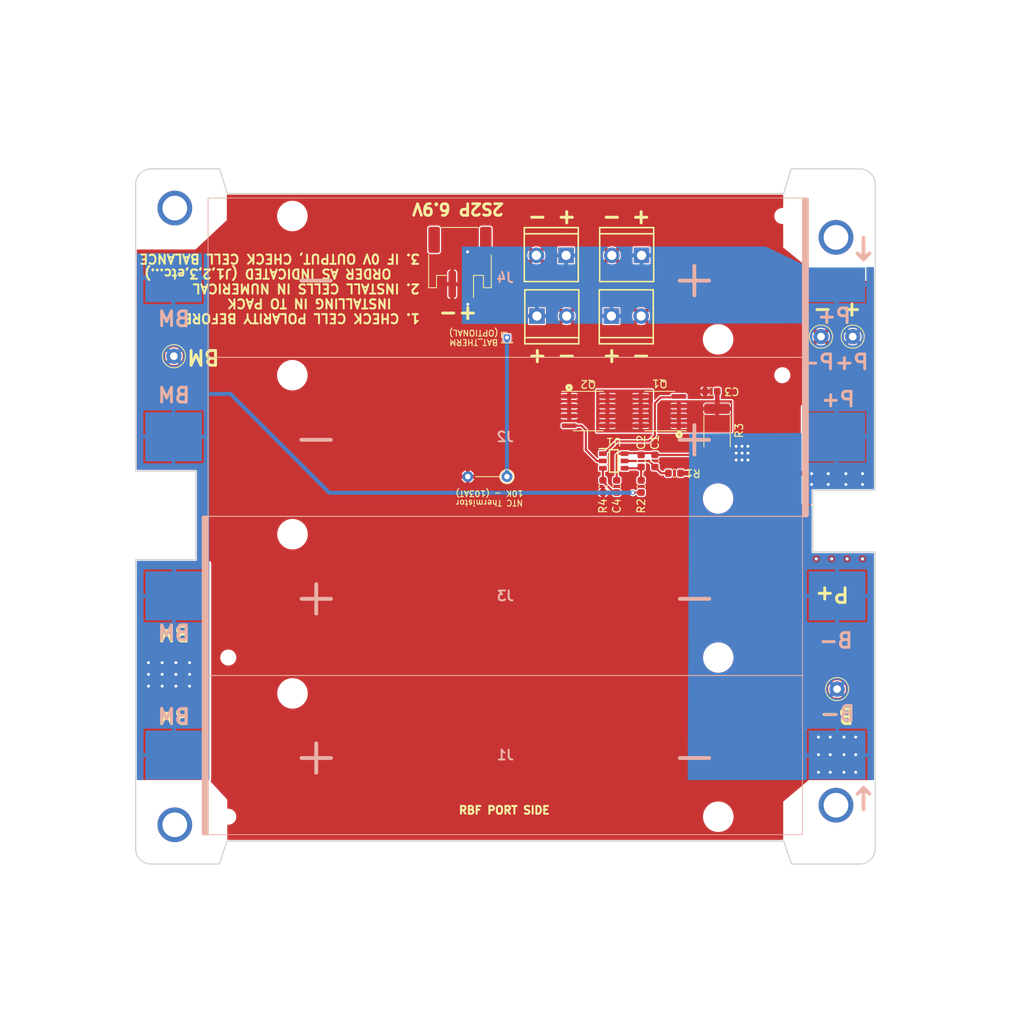
<source format=kicad_pcb>
(kicad_pcb (version 20211014) (generator pcbnew)
  (layers (0 "F.Cu" signal) (31 "B.Cu" signal) (34 "B.Paste" user) (35 "F.Paste" user) (36 "B.SilkS" user "B.Silkscreen") (37 "F.SilkS" user "F.Silkscreen") (38 "B.Mask" user) (39 "F.Mask" user) (44 "Edge.Cuts" user))
  (net 0 "")
  (net 1 "/VDD")
  (net 2 "B-")
  (net 3 "Net-(C2-Pad2)")
  (net 4 "PACK-")
  (net 5 "BM")
  (net 6 "PACK+")
  (net 7 "Net-(Q1-Pad5)")
  (net 8 "Net-(Q1-Pad4)")
  (net 9 "Net-(Q2-Pad4)")
  (net 10 "Net-(C3-Pad1)")
  (net 11 "Net-(C4-Pad2)")
  (net 12 "BAT_THERM")
  (footprint "custom-footprints:SOT95P280X130-6N" (layer "F.Cu") (at 115.189 91.694)
    (fp_text reference "U1" (at 0 -2.4765 180 unlocked) (layer "F.SilkS"))
    (fp_text value "R5460N233AF" hide)
    (fp_line (start -1.9 -1.6) (end -0.9 -1.6) (layer "F.SilkS") (width 0.2))
    (fp_line (start -0.55 1.45) (end -0.55 -1.45) (layer "F.SilkS") (width 0.2))
    (fp_line (start -0.55 -1.45) (end 0.55 -1.45) (layer "F.SilkS") (width 0.2))
    (fp_line (start 0.55 1.45) (end -0.55 1.45) (layer "F.SilkS") (width 0.2))
    (fp_line (start 0.55 -1.45) (end 0.55 1.45) (layer "F.SilkS") (width 0.2))
    (pad "1" smd rect locked (at -1.4 -0.95 90) (size 0.6 1) (layers "F.Cu" "F.Paste" "F.Mask") (net 8 "Net-(Q1-Pad4)"))
    (pad "2" smd rect locked (at -1.4 0 90) (size 0.6 1) (layers "F.Cu" "F.Paste" "F.Mask") (net 9 "Net-(Q2-Pad4)"))
    (pad "3" smd rect locked (at -1.4 0.95 90) (size 0.6 1) (layers "F.Cu" "F.Paste" "F.Mask") (net 11 "Net-(C4-Pad2)"))
    (pad "4" smd rect locked (at 1.4 0.95 90) (size 0.6 1) (layers "F.Cu" "F.Paste" "F.Mask") (net 3 "Net-(C2-Pad2)"))
    (pad "5" smd rect locked (at 1.4 0 90) (size 0.6 1) (layers "F.Cu" "F.Paste" "F.Mask") (net 1 "/VDD"))
    (pad "6" smd rect locked (at 1.4 -0.95 90) (size 0.6 1) (layers "F.Cu" "F.Paste" "F.Mask") (net 2 "B-"))
  )
  (footprint "Capacitor_SMD:C_0603_1608Metric" (layer "F.Cu") (at 120.523 91.694 -90)
    (fp_text reference "C1" (at -2.413 0 90) (layer "F.SilkS"))
    (fp_text value "0.1uF")
    (fp_line (start -0.162779 0.51) (end 0.162779 0.51) (layer "F.SilkS") (width 0.12))
    (fp_line (start -0.162779 -0.51) (end 0.162779 -0.51) (layer "F.SilkS") (width 0.12))
    (pad "1" smd roundrect locked (at -0.7875 0 270) (size 0.875 0.95) (layers "F.Cu" "F.Paste" "F.Mask") (net 2 "B-"))
    (pad "2" smd roundrect locked (at 0.7875 0 270) (size 0.875 0.95) (layers "F.Cu" "F.Paste" "F.Mask") (net 1 "/VDD"))
  )
  (footprint "Capacitor_SMD:C_0603_1608Metric" (layer "F.Cu") (at 118.745 91.694 -90)
    (fp_text reference "C2" (at -2.413 0 90) (layer "F.SilkS"))
    (fp_text value "0.1uF")
    (fp_line (start -0.162779 -0.51) (end 0.162779 -0.51) (layer "F.SilkS") (width 0.12))
    (fp_line (start -0.162779 0.51) (end 0.162779 0.51) (layer "F.SilkS") (width 0.12))
    (pad "1" smd roundrect locked (at -0.7875 0 270) (size 0.875 0.95) (layers "F.Cu" "F.Paste" "F.Mask") (net 2 "B-"))
    (pad "2" smd roundrect locked (at 0.7875 0 270) (size 0.875 0.95) (layers "F.Cu" "F.Paste" "F.Mask") (net 3 "Net-(C2-Pad2)"))
  )
  (footprint "Capacitor_SMD:C_0603_1608Metric" (layer "F.Cu") (at 115.57 94.996 -90)
    (fp_text reference "C4" (at 2.54 0 90) (layer "F.SilkS"))
    (fp_text value "0.1uF")
    (fp_line (start -0.162779 -0.51) (end 0.162779 -0.51) (layer "F.SilkS") (width 0.12))
    (fp_line (start -0.162779 0.51) (end 0.162779 0.51) (layer "F.SilkS") (width 0.12))
    (pad "1" smd roundrect locked (at -0.7875 0 270) (size 0.875 0.95) (layers "F.Cu" "F.Paste" "F.Mask") (net 2 "B-"))
    (pad "2" smd roundrect locked (at 0.7875 0 270) (size 0.875 0.95) (layers "F.Cu" "F.Paste" "F.Mask") (net 11 "Net-(C4-Pad2)"))
  )
  (footprint "Capacitor_SMD:C_0603_1608Metric" (layer "F.Cu") (at 127.8255 82.677 180)
    (fp_text reference "C3" (at -2.667 0 180 unlocked) (layer "F.SilkS"))
    (fp_text value "0.1uF")
    (fp_line (start -0.162779 -0.51) (end 0.162779 -0.51) (layer "F.SilkS") (width 0.12))
    (fp_line (start -0.162779 0.51) (end 0.162779 0.51) (layer "F.SilkS") (width 0.12))
    (pad "1" smd roundrect locked (at -0.7875 0 180) (size 0.875 0.95) (layers "F.Cu" "F.Paste" "F.Mask") (net 10 "Net-(C3-Pad1)"))
    (pad "2" smd roundrect locked (at 0.7875 0 180) (size 0.875 0.95) (layers "F.Cu" "F.Paste" "F.Mask") (net 4 "PACK-"))
  )
  (footprint "Resistor_SMD:R_0603_1608Metric" (layer "F.Cu") (at 123.063 93.2815 180)
    (fp_text reference "R1" (at -2.413 0 180 unlocked) (layer "F.SilkS"))
    (fp_text value "330")
    (fp_line (start -0.162779 -0.51) (end 0.162779 -0.51) (layer "F.SilkS") (width 0.12))
    (fp_line (start -0.162779 0.51) (end 0.162779 0.51) (layer "F.SilkS") (width 0.12))
    (pad "1" smd roundrect locked (at -0.7875 0 180) (size 0.875 0.95) (layers "F.Cu" "F.Paste" "F.Mask") (net 6 "PACK+"))
    (pad "2" smd roundrect locked (at 0.7875 0 180) (size 0.875 0.95) (layers "F.Cu" "F.Paste" "F.Mask") (net 1 "/VDD"))
  )
  (footprint "Resistor_SMD:R_0603_1608Metric" (layer "F.Cu") (at 118.745 94.996 90)
    (fp_text reference "R2" (at -2.54 0 90) (layer "F.SilkS"))
    (fp_text value "330")
    (fp_line (start -0.162779 -0.51) (end 0.162779 -0.51) (layer "F.SilkS") (width 0.12))
    (fp_line (start -0.162779 0.51) (end 0.162779 0.51) (layer "F.SilkS") (width 0.12))
    (pad "1" smd roundrect locked (at -0.7875 0 90) (size 0.875 0.95) (layers "F.Cu" "F.Paste" "F.Mask") (net 5 "BM"))
    (pad "2" smd roundrect locked (at 0.7875 0 90) (size 0.875 0.95) (layers "F.Cu" "F.Paste" "F.Mask") (net 3 "Net-(C2-Pad2)"))
  )
  (footprint "Package_SO:SOIC-8_3.9x4.9mm_P1.27mm" (layer "F.Cu") (at 111.887 85.217)
    (fp_text reference "Q2" (at 0 -3.4925 180 unlocked) (layer "F.SilkS"))
    (fp_text value "IRF7458")
    (fp_line (start 0 2.56) (end -1.95 2.56) (layer "F.SilkS") (width 0.12))
    (fp_line (start 0 -2.56) (end -3.45 -2.56) (layer "F.SilkS") (width 0.12))
    (fp_line (start 0 2.56) (end 1.95 2.56) (layer "F.SilkS") (width 0.12))
    (fp_line (start 0 -2.56) (end 1.95 -2.56) (layer "F.SilkS") (width 0.12))
    (pad "1" smd roundrect locked (at -2.475 -1.905) (size 1.95 0.6) (layers "F.Cu" "F.Paste" "F.Mask") (net 4 "PACK-"))
    (pad "2" smd roundrect locked (at -2.475 -0.635) (size 1.95 0.6) (layers "F.Cu" "F.Paste" "F.Mask") (net 4 "PACK-"))
    (pad "3" smd roundrect locked (at -2.475 0.635) (size 1.95 0.6) (layers "F.Cu" "F.Paste" "F.Mask") (net 4 "PACK-"))
    (pad "4" smd roundrect locked (at -2.475 1.905) (size 1.95 0.6) (layers "F.Cu" "F.Paste" "F.Mask") (net 9 "Net-(Q2-Pad4)"))
    (pad "5" smd roundrect locked (at 2.475 1.905) (size 1.95 0.6) (layers "F.Cu" "F.Paste" "F.Mask") (net 7 "Net-(Q1-Pad5)"))
    (pad "6" smd roundrect locked (at 2.475 0.635) (size 1.95 0.6) (layers "F.Cu" "F.Paste" "F.Mask") (net 7 "Net-(Q1-Pad5)"))
    (pad "7" smd roundrect locked (at 2.475 -0.635) (size 1.95 0.6) (layers "F.Cu" "F.Paste" "F.Mask") (net 7 "Net-(Q1-Pad5)"))
    (pad "8" smd roundrect locked (at 2.475 -1.905) (size 1.95 0.6) (layers "F.Cu" "F.Paste" "F.Mask") (net 7 "Net-(Q1-Pad5)"))
  )
  (footprint "Package_SO:SOIC-8_3.9x4.9mm_P1.27mm" (layer "F.Cu") (at 121.158 85.217 180)
    (fp_text reference "Q1" (at 0 3.556 180 unlocked) (layer "F.SilkS"))
    (fp_text value "IRF7458")
    (fp_line (start 0 2.56) (end 1.95 2.56) (layer "F.SilkS") (width 0.12))
    (fp_line (start 0 2.56) (end -1.95 2.56) (layer "F.SilkS") (width 0.12))
    (fp_line (start 0 -2.56) (end -3.45 -2.56) (layer "F.SilkS") (width 0.12))
    (fp_line (start 0 -2.56) (end 1.95 -2.56) (layer "F.SilkS") (width 0.12))
    (pad "1" smd roundrect locked (at -2.475 -1.905 180) (size 1.95 0.6) (layers "F.Cu" "F.Paste" "F.Mask") (net 10 "Net-(C3-Pad1)"))
    (pad "2" smd roundrect locked (at -2.475 -0.635 180) (size 1.95 0.6) (layers "F.Cu" "F.Paste" "F.Mask") (net 10 "Net-(C3-Pad1)"))
    (pad "3" smd roundrect locked (at -2.475 0.635 180) (size 1.95 0.6) (layers "F.Cu" "F.Paste" "F.Mask") (net 10 "Net-(C3-Pad1)"))
    (pad "4" smd roundrect locked (at -2.475 1.905 180) (size 1.95 0.6) (layers "F.Cu" "F.Paste" "F.Mask") (net 8 "Net-(Q1-Pad4)"))
    (pad "5" smd roundrect locked (at 2.475 1.905 180) (size 1.95 0.6) (layers "F.Cu" "F.Paste" "F.Mask") (net 7 "Net-(Q1-Pad5)"))
    (pad "6" smd roundrect locked (at 2.475 0.635 180) (size 1.95 0.6) (layers "F.Cu" "F.Paste" "F.Mask") (net 7 "Net-(Q1-Pad5)"))
    (pad "7" smd roundrect locked (at 2.475 -0.635 180) (size 1.95 0.6) (layers "F.Cu" "F.Paste" "F.Mask") (net 7 "Net-(Q1-Pad5)"))
    (pad "8" smd roundrect locked (at 2.475 -1.905 180) (size 1.95 0.6) (layers "F.Cu" "F.Paste" "F.Mask") (net 7 "Net-(Q1-Pad5)"))
  )
  (footprint "Resistor_SMD:R_0603_1608Metric" (layer "F.Cu") (at 113.792 94.996 -90)
    (fp_text reference "R4" (at 2.54 0 90) (layer "F.SilkS"))
    (fp_text value "1K")
    (fp_line (start -0.162779 -0.51) (end 0.162779 -0.51) (layer "F.SilkS") (width 0.12))
    (fp_line (start -0.162779 0.51) (end 0.162779 0.51) (layer "F.SilkS") (width 0.12))
    (pad "1" smd roundrect locked (at -0.7875 0 270) (size 0.875 0.95) (layers "F.Cu" "F.Paste" "F.Mask") (net 11 "Net-(C4-Pad2)"))
    (pad "2" smd roundrect locked (at 0.7875 0 270) (size 0.875 0.95) (layers "F.Cu" "F.Paste" "F.Mask") (net 4 "PACK-"))
  )
  (footprint "Resistor_SMD:R_2512_6332Metric" (layer "F.Cu") (at 128.5875 87.8205 90)
    (fp_text reference "R3" (at 0.0635 2.8575 90) (layer "F.SilkS"))
    (fp_text value "0.01")
    (fp_line (start -2.052064 1.71) (end 2.052064 1.71) (layer "F.SilkS") (width 0.12))
    (fp_line (start -2.052064 -1.71) (end 2.052064 -1.71) (layer "F.SilkS") (width 0.12))
    (pad "1" smd roundrect locked (at -2.9 0 90) (size 1.35 3.35) (layers "F.Cu" "F.Paste" "F.Mask") (roundrect_rratio 0.1851851852) (net 2 "B-"))
    (pad "2" smd roundrect locked (at 2.9 0 90) (size 1.35 3.35) (layers "F.Cu" "F.Paste" "F.Mask") (roundrect_rratio 0.1851851852) (net 10 "Net-(C3-Pad1)"))
  )
  (footprint "TestPoint:TestPoint_Loop_D1.80mm_Drill1.0mm_Beaded" (layer "F.Cu") (at 144.145 121.285)
    (fp_text reference "TP1" hide)
    (fp_text value "TestPoint")
    (fp_circle (center 0 0) (end 1.5 0) (layer "F.SilkS") (width 0.12) (fill none))
    (pad "1" thru_hole circle locked (at 0 0) (size 2 2) (drill 1) (layers *.Cu *.Mask) (net 2 "B-"))
  )
  (footprint "TestPoint:TestPoint_Loop_D1.80mm_Drill1.0mm_Beaded" (layer "F.Cu") (at 58.166 78.105)
    (fp_text reference "TP2" hide)
    (fp_text value "TestPoint")
    (fp_circle (center 0 0) (end 1.5 0) (layer "F.SilkS") (width 0.12) (fill none))
    (pad "1" thru_hole circle locked (at 0 0) (size 2 2) (drill 1) (layers *.Cu *.Mask) (net 5 "BM"))
  )
  (footprint "TestPoint:TestPoint_Loop_D1.80mm_Drill1.0mm_Beaded" (layer "F.Cu") (at 142.0622 75.565)
    (fp_text reference "TP3" hide)
    (fp_text value "TestPoint")
    (fp_circle (center 0 0) (end 1.5 0) (layer "F.SilkS") (width 0.12) (fill none))
    (pad "1" thru_hole circle locked (at 0 0) (size 2 2) (drill 1) (layers *.Cu *.Mask) (net 4 "PACK-"))
  )
  (footprint "TestPoint:TestPoint_Loop_D1.80mm_Drill1.0mm_Beaded" (layer "F.Cu") (at 146.177 75.565)
    (fp_text reference "TP4" hide)
    (fp_text value "TestPoint")
    (fp_circle (center 0 0) (end 1.5 0) (layer "F.SilkS") (width 0.12) (fill none))
    (pad "1" thru_hole circle locked (at 0 0) (size 2 2) (drill 1) (layers *.Cu *.Mask) (net 6 "PACK+"))
  )
  (footprint "Connector_JST:JST_PH_S2B-PH-SM4-TB_1x02-1MP_P2.00mm_Horizontal" (layer "F.Cu") (at 95.25 65.913 180)
    (fp_text reference "J7" hide)
    (fp_text value "JST_PH_S2B-PH-SM4")
    (fp_line (start 4.06 0.94) (end 4.06 -3.31) (layer "F.SilkS") (width 0.12))
    (fp_line (start 3.04 -3.31) (end 3.04 -1.71) (layer "F.SilkS") (width 0.12))
    (fp_line (start -2.34 4.51) (end 2.34 4.51) (layer "F.SilkS") (width 0.12))
    (fp_line (start -4.06 0.94) (end -4.06 -3.31) (layer "F.SilkS") (width 0.12))
    (fp_line (start -4.06 -3.31) (end -3.04 -3.31) (layer "F.SilkS") (width 0.12))
    (fp_line (start -3.04 -1.71) (end -1.76 -1.71) (layer "F.SilkS") (width 0.12))
    (fp_line (start -3.04 -3.31) (end -3.04 -1.71) (layer "F.SilkS") (width 0.12))
    (fp_line (start 4.06 -3.31) (end 3.04 -3.31) (layer "F.SilkS") (width 0.12))
    (fp_line (start -1.76 -1.71) (end -1.76 -4.6) (layer "F.SilkS") (width 0.12))
    (fp_line (start 3.04 -1.71) (end 1.76 -1.71) (layer "F.SilkS") (width 0.12))
    (pad "1" smd roundrect locked (at -1 -2.85 180) (size 1 3.5) (layers "F.Cu" "F.Paste" "F.Mask") (net 6 "PACK+"))
    (pad "2" smd roundrect locked (at 1 -2.85 180) (size 1 3.5) (layers "F.Cu" "F.Paste" "F.Mask") (net 4 "PACK-"))
    (pad "MP" smd roundrect locked (at 3.35 2.9 180) (size 1.5 3.4) (layers "F.Cu" "F.Paste" "F.Mask") (roundrect_rratio 0.1666673333))
    (pad "MP" smd roundrect locked (at -3.35 2.9 180) (size 1.5 3.4) (layers "F.Cu" "F.Paste" "F.Mask") (roundrect_rratio 0.1666673333))
  )
  (footprint "custom-footprints:SCREWTERMINAL-3.5MM-2_LOCK" (layer "F.Cu") (at 108.839 65.024 180)
    (fp_text reference "J8" hide)
    (fp_text value "Screw_Terminal_01x02")
    (fp_line (start 5.25 -3.4) (end 5.25 2.8) (layer "F.SilkS") (width 0.2032))
    (fp_line (start -1.75 3.6) (end -1.75 2.8) (layer "F.SilkS") (width 0.2032))
    (fp_line (start -1.75 2.8) (end -1.75 -3.4) (layer "F.SilkS") (width 0.2032))
    (fp_line (start -1.75 -3.4) (end 5.25 -3.4) (layer "F.SilkS") (width 0.2032))
    (fp_line (start 5.25 2.8) (end -1.75 2.8) (layer "F.SilkS") (width 0.2032))
    (fp_line (start 5.25 2.8) (end 5.25 3.6) (layer "F.SilkS") (width 0.2032))
    (fp_line (start 5.25 3.6) (end -1.75 3.6) (layer "F.SilkS") (width 0.2032))
    (pad "1" thru_hole rect locked (at -0.1778 0 180) (size 2.032 2.032) (drill 1.2) (layers *.Cu *.Mask) (net 6 "PACK+"))
    (pad "2" thru_hole circle locked (at 3.6778 0 180) (size 2.032 2.032) (drill 1.2) (layers *.Cu *.Mask) (net 4 "PACK-"))
  )
  (footprint "custom-footprints:SCREWTERMINAL-3.5MM-2_LOCK" (layer "F.Cu") (at 105.41 72.898)
    (fp_text reference "J9" hide)
    (fp_text value "Screw_Terminal_01x02")
    (fp_line (start 5.25 2.8) (end -1.75 2.8) (layer "F.SilkS") (width 0.2032))
    (fp_line (start 5.25 2.8) (end 5.25 3.6) (layer "F.SilkS") (width 0.2032))
    (fp_line (start 5.25 3.6) (end -1.75 3.6) (layer "F.SilkS") (width 0.2032))
    (fp_line (start -1.75 3.6) (end -1.75 2.8) (layer "F.SilkS") (width 0.2032))
    (fp_line (start -1.75 -3.4) (end 5.25 -3.4) (layer "F.SilkS") (width 0.2032))
    (fp_line (start -1.75 2.8) (end -1.75 -3.4) (layer "F.SilkS") (width 0.2032))
    (fp_line (start 5.25 -3.4) (end 5.25 2.8) (layer "F.SilkS") (width 0.2032))
    (pad "1" thru_hole rect locked (at -0.1778 0) (size 2.032 2.032) (drill 1.2) (layers *.Cu *.Mask) (net 6 "PACK+"))
    (pad "2" thru_hole circle locked (at 3.6778 0) (size 2.032 2.032) (drill 1.2) (layers *.Cu *.Mask) (net 4 "PACK-"))
  )
  (footprint "custom-footprints:SCREWTERMINAL-3.5MM-2_LOCK" (layer "F.Cu") (at 118.618 65.024 180)
    (fp_text reference "J10" hide)
    (fp_text value "Screw_Terminal_01x02")
    (fp_line (start -1.75 3.6) (end -1.75 2.8) (layer "F.SilkS") (width 0.2032))
    (fp_line (start -1.75 2.8) (end -1.75 -3.4) (layer "F.SilkS") (width 0.2032))
    (fp_line (start 5.25 2.8) (end -1.75 2.8) (layer "F.SilkS") (width 0.2032))
    (fp_line (start 5.25 -3.4) (end 5.25 2.8) (layer "F.SilkS") (width 0.2032))
    (fp_line (start 5.25 2.8) (end 5.25 3.6) (layer "F.SilkS") (width 0.2032))
    (fp_line (start -1.75 -3.4) (end 5.25 -3.4) (layer "F.SilkS") (width 0.2032))
    (fp_line (start 5.25 3.6) (end -1.75 3.6) (layer "F.SilkS") (width 0.2032))
    (pad "1" thru_hole rect locked (at -0.1778 0 180) (size 2.032 2.032) (drill 1.2) (layers *.Cu *.Mask) (net 6 "PACK+"))
    (pad "2" thru_hole circle locked (at 3.6778 0 180) (size 2.032 2.032) (drill 1.2) (layers *.Cu *.Mask) (net 4 "PACK-"))
  )
  (footprint "custom-footprints:SCREWTERMINAL-3.5MM-2_LOCK" (layer "F.Cu") (at 115.062 72.898)
    (fp_text reference "J11" hide)
    (fp_text value "Screw_Terminal_01x02")
    (fp_line (start -1.75 2.8) (end -1.75 -3.4) (layer "F.SilkS") (width 0.2032))
    (fp_line (start -1.75 3.6) (end -1.75 2.8) (layer "F.SilkS") (width 0.2032))
    (fp_line (start 5.25 3.6) (end -1.75 3.6) (layer "F.SilkS") (width 0.2032))
    (fp_line (start 5.25 -3.4) (end 5.25 2.8) (layer "F.SilkS") (width 0.2032))
    (fp_line (start 5.25 2.8) (end -1.75 2.8) (layer "F.SilkS") (width 0.2032))
    (fp_line (start 5.25 2.8) (end 5.25 3.6) (layer "F.SilkS") (width 0.2032))
    (fp_line (start -1.75 -3.4) (end 5.25 -3.4) (layer "F.SilkS") (width 0.2032))
    (pad "1" thru_hole rect locked (at -0.1778 0) (size 2.032 2.032) (drill 1.2) (layers *.Cu *.Mask) (net 6 "PACK+"))
    (pad "2" thru_hole circle locked (at 3.6778 0) (size 2.032 2.032) (drill 1.2) (layers *.Cu *.Mask) (net 4 "PACK-"))
  )
  (footprint "Connector_PinHeader_1.00mm:PinHeader_1x01_P1.00mm_Vertical" (layer "F.Cu") (at 101.346 75.692)
    (fp_text reference "J12" hide)
    (fp_text value "Screw_Terminal_01x01")
    (fp_line (start 0.695 0.685) (end 0.695 0.56) (layer "F.SilkS") (width 0.12))
    (fp_line (start -0.695 0.685) (end -0.608276 0.685) (layer "F.SilkS") (width 0.12))
    (fp_line (start -0.695 0) (end -0.695 -0.685) (layer "F.SilkS") (width 0.12))
    (fp_line (start -0.695 -0.685) (end 0 -0.685) (layer "F.SilkS") (width 0.12))
    (fp_line (start -0.695 0.685) (end -0.695 0.56) (layer "F.SilkS") (width 0.12))
    (fp_line (start 0.608276 0.685) (end 0.695 0.685) (layer "F.SilkS") (width 0.12))
    (fp_line (start -0.695 0.685) (end 0.695 0.685) (layer "F.SilkS") (width 0.12))
    (pad "1" thru_hole rect locked (at 0 0) (size 0.85 0.85) (drill 0.5) (layers *.Cu *.Mask) (net 12 "BAT_THERM"))
  )
  (footprint "Resistor_THT:R_Axial_DIN0204_L3.6mm_D1.6mm_P5.08mm_Vertical" (layer "F.Cu") (at 101.346 93.726 180)
    (fp_text reference "TH1" hide)
    (fp_text value "Thermistor")
    (fp_line (start 0.92 0) (end 4.08 0) (layer "F.SilkS") (width 0.12))
    (fp_circle (center 0 0) (end 0.92 0) (layer "F.SilkS") (width 0.12) (fill none))
    (pad "1" thru_hole circle locked (at 0 0 180) (size 1.4 1.4) (drill 0.7) (layers *.Cu *.Mask) (net 12 "BAT_THERM"))
    (pad "2" thru_hole oval locked (at 5.08 0 180) (size 1.4 1.4) (drill 0.7) (layers *.Cu *.Mask) (net 4 "PACK-"))
  )
  (footprint "custom-footprints:MountingHole_3.2mm_M3_DIN965_PadMOD" (layer "F.Cu") (at 144.0053 136.3499)
    (fp_text reference "H4" hide)
    (fp_text value "MountingHole_Pad")
    (pad "1" thru_hole circle locked (at 0 0) (size 4.5 4.5) (drill 3.2) (layers *.Cu *.Mask))
  )
  (footprint "custom-footprints:MountingHole_3.2mm_M3_DIN965_PadMOD" (layer "F.Cu") (at 58.2803 58.8899)
    (fp_text reference "H2" hide)
    (fp_text value "MountingHole_Pad")
    (pad "1" thru_hole circle locked (at 0 0) (size 4.5 4.5) (drill 3.2) (layers *.Cu *.Mask))
  )
  (footprint "custom-footprints:MountingHole_3.2mm_M3_DIN965_PadMOD" (layer "F.Cu") (at 58.2803 138.8899)
    (fp_text reference "H1" hide)
    (fp_text value "MountingHole_Pad")
    (pad "1" thru_hole circle locked (at 0 0) (size 4.5 4.5) (drill 3.2) (layers *.Cu *.Mask))
  )
  (footprint "custom-footprints:MountingHole_3.2mm_M3_DIN965_PadMOD" (layer "F.Cu") (at 144.0053 62.6899)
    (fp_text reference "H3" hide)
    (fp_text value "MountingHole_Pad")
    (pad "1" thru_hole circle locked (at 0 0) (size 4.5 4.5) (drill 3.2) (layers *.Cu *.Mask))
  )
  (footprint "custom-footprints:KEYSTONE-1042" (layer "B.Cu") (at 101.1174 88.5698)
    (fp_text reference "J2" (at 0 0) (layer "B.SilkS") (effects (font (size 1.27 1.27) (thickness 0.254)) (justify mirror)))
    (fp_text value "KEYSTONE-1042" hide)
    (fp_text user "+" (at 24.525 0) (layer "B.SilkS") (effects (font (size 5 5) (thickness 0.5)) (justify mirror)))
    (fp_text user "-" (at -24.525 0) (layer "B.SilkS") (effects (font (size 5 5) (thickness 0.5)) (justify mirror)))
    (fp_line (start 38.735 10.16) (end 38.735 -10.16) (layer "B.SilkS") (width 0.5))
    (fp_line (start 38.862 10.16) (end 38.862 -10.16) (layer "B.SilkS") (width 0.5))
    (fp_line (start 38.525 10.325) (end 38.525 -10.325) (layer "B.SilkS") (width 0.1))
    (fp_line (start -38.525 10.325) (end 39.116 10.325) (layer "B.SilkS") (width 0.1))
    (fp_line (start 38.735 -10.16) (end 39.116 -10.16) (layer "B.SilkS") (width 0.5))
    (fp_line (start -38.525 -10.325) (end -38.525 10.325) (layer "B.SilkS") (width 0.1))
    (fp_line (start 38.735 10.16) (end 39.116 10.16) (layer "B.SilkS") (width 0.5))
    (fp_line (start 38.989 10.16) (end 38.989 -10.16) (layer "B.SilkS") (width 0.5))
    (fp_line (start 38.735 -10.325) (end -38.525 -10.325) (layer "B.SilkS") (width 0.1))
    (fp_line (start 39.116 10.16) (end 39.116 -10.16) (layer "B.SilkS") (width 0.5))
    (pad "" np_thru_hole circle locked (at 35.93 -8) (size 1.57 1.57) (drill 1.57) (layers *.Cu *.Mask))
    (pad "" np_thru_hole circle locked (at 27.6 8) (size 3.45 3.45) (drill 3.45) (layers *.Cu *.Mask))
    (pad "" np_thru_hole circle locked (at -27.6 -8) (size 3.45 3.45) (drill 3.45) (layers *.Cu *.Mask))
    (pad "1" smd rect locked (at -43 0 270) (size 6.35 7.34) (layers "B.Cu" "B.Paste" "B.Mask") (net 5 "BM"))
    (pad "2" smd rect locked (at 43 0 270) (size 6.35 7.34) (layers "B.Cu" "B.Paste" "B.Mask") (net 6 "PACK+"))
  )
  (footprint "custom-footprints:KEYSTONE-1042" (layer "B.Cu") (at 101.1428 129.8448 180)
    (fp_text reference "J1" (at 0 0) (layer "B.SilkS") (effects (font (size 1.27 1.27) (thickness 0.254)) (justify mirror)))
    (fp_text value "KEYSTONE-1042" hide)
    (fp_text user "+" (at 24.525 0) (layer "B.SilkS") (effects (font (size 5 5) (thickness 0.5)) (justify mirror)))
    (fp_text user "-" (at -24.525 0) (layer "B.SilkS") (effects (font (size 5 5) (thickness 0.5)) (justify mirror)))
    (fp_line (start 38.989 10.16) (end 38.989 -10.16) (layer "B.SilkS") (width 0.5))
    (fp_line (start 38.735 10.16) (end 38.735 -10.16) (layer "B.SilkS") (width 0.5))
    (fp_line (start -38.525 10.325) (end 39.116 10.325) (layer "B.SilkS") (width 0.1))
    (fp_line (start 38.862 10.16) (end 38.862 -10.16) (layer "B.SilkS") (width 0.5))
    (fp_line (start 38.735 -10.16) (end 39.116 -10.16) (layer "B.SilkS") (width 0.5))
    (fp_line (start 38.735 10.16) (end 39.116 10.16) (layer "B.SilkS") (width 0.5))
    (fp_line (start 38.525 10.325) (end 38.525 -10.325) (layer "B.SilkS") (width 0.1))
    (fp_line (start 39.116 10.16) (end 39.116 -10.16) (layer "B.SilkS") (width 0.5))
    (fp_line (start -38.525 -10.325) (end -38.525 10.325) (layer "B.SilkS") (width 0.1))
    (fp_line (start 38.735 -10.325) (end -38.525 -10.325) (layer "B.SilkS") (width 0.1))
    (pad "" np_thru_hole circle locked (at 27.6 8 180) (size 3.45 3.45) (drill 3.45) (layers *.Cu *.Mask))
    (pad "" np_thru_hole circle locked (at 35.93 -8 180) (size 1.57 1.57) (drill 1.57) (layers *.Cu *.Mask))
    (pad "" np_thru_hole circle locked (at -27.6 -8 180) (size 3.45 3.45) (drill 3.45) (layers *.Cu *.Mask))
    (pad "1" smd rect locked (at -43 0 90) (size 6.35 7.34) (layers "B.Cu" "B.Paste" "B.Mask") (net 2 "B-"))
    (pad "2" smd rect locked (at 43 0 90) (size 6.35 7.34) (layers "B.Cu" "B.Paste" "B.Mask") (net 5 "BM"))
  )
  (footprint "custom-footprints:KEYSTONE-1042" (layer "B.Cu") (at 101.1428 109.1946 180)
    (fp_text reference "J3" (at 0 0) (layer "B.SilkS") (effects (font (size 1.27 1.27) (thickness 0.254)) (justify mirror)))
    (fp_text value "KEYSTONE-1042" hide)
    (fp_text user "+" (at 24.525 0) (layer "B.SilkS") (effects (font (size 5 5) (thickness 0.5)) (justify mirror)))
    (fp_text user "-" (at -24.525 0) (layer "B.SilkS") (effects (font (size 5 5) (thickness 0.5)) (justify mirror)))
    (fp_line (start 38.862 10.16) (end 38.862 -10.16) (layer "B.SilkS") (width 0.5))
    (fp_line (start 38.989 10.16) (end 38.989 -10.16) (layer "B.SilkS") (width 0.5))
    (fp_line (start 38.525 10.325) (end 38.525 -10.325) (layer "B.SilkS") (width 0.1))
    (fp_line (start -38.525 10.325) (end 39.116 10.325) (layer "B.SilkS") (width 0.1))
    (fp_line (start -38.525 -10.325) (end -38.525 10.325) (layer "B.SilkS") (width 0.1))
    (fp_line (start 38.735 -10.325) (end -38.525 -10.325) (layer "B.SilkS") (width 0.1))
    (fp_line (start 38.735 10.16) (end 39.116 10.16) (layer "B.SilkS") (width 0.5))
    (fp_line (start 38.735 10.16) (end 38.735 -10.16) (layer "B.SilkS") (width 0.5))
    (fp_line (start 39.116 10.16) (end 39.116 -10.16) (layer "B.SilkS") (width 0.5))
    (fp_line (start 38.735 -10.16) (end 39.116 -10.16) (layer "B.SilkS") (width 0.5))
    (pad "" np_thru_hole circle locked (at -27.6 -8 180) (size 3.45 3.45) (drill 3.45) (layers *.Cu *.Mask))
    (pad "" np_thru_hole circle locked (at 27.6 8 180) (size 3.45 3.45) (drill 3.45) (layers *.Cu *.Mask))
    (pad "" np_thru_hole circle locked (at 35.93 -8 180) (size 1.57 1.57) (drill 1.57) (layers *.Cu *.Mask))
    (pad "1" smd rect locked (at -43 0 90) (size 6.35 7.34) (layers "B.Cu" "B.Paste" "B.Mask") (net 2 "B-"))
    (pad "2" smd rect locked (at 43 0 90) (size 6.35 7.34) (layers "B.Cu" "B.Paste" "B.Mask") (net 5 "BM"))
  )
  (footprint "custom-footprints:KEYSTONE-1042" (layer "B.Cu") (at 101.1174 67.9196)
    (fp_text reference "J4" hide)
    (fp_text value "KEYSTONE-1042" hide)
    (fp_text user "-" (at -24.525 0) (layer "B.SilkS") (effects (font (size 5 5) (thickness 0.5)) (justify mirror)))
    (fp_text user "${REFERENCE}" (at 0 0) (layer "B.SilkS") (effects (font (size 1.27 1.27) (thickness 0.254)) (justify mirror)))
    (fp_text user "+" (at 24.525 0) (layer "B.SilkS") (effects (font (size 5 5) (thickness 0.5)) (justify mirror)))
    (fp_line (start 38.735 -10.16) (end 39.116 -10.16) (layer "B.SilkS") (width 0.5))
    (fp_line (start 38.525 10.325) (end 38.525 -10.325) (layer "B.SilkS") (width 0.1))
    (fp_line (start 39.116 10.16) (end 39.116 -10.16) (layer "B.SilkS") (width 0.5))
    (fp_line (start 38.735 10.16) (end 39.116 10.16) (layer "B.SilkS") (width 0.5))
    (fp_line (start -38.525 10.325) (end 39.116 10.325) (layer "B.SilkS") (width 0.1))
    (fp_line (start 38.862 10.16) (end 38.862 -10.16) (layer "B.SilkS") (width 0.5))
    (fp_line (start -38.525 -10.325) (end -38.525 10.325) (layer "B.SilkS") (width 0.1))
    (fp_line (start 38.735 10.16) (end 38.735 -10.16) (layer "B.SilkS") (width 0.5))
    (fp_line (start 38.989 10.16) (end 38.989 -10.16) (layer "B.SilkS") (width 0.5))
    (fp_line (start 38.735 -10.325) (end -38.525 -10.325) (layer "B.SilkS") (width 0.1))
    (pad "" np_thru_hole circle locked (at -27.6 -8) (size 3.45 0) (drill 3.45) (layers *.Cu *.Mask))
    (pad "" np_thru_hole circle locked (at 35.93 -8) (size 1.57 0) (drill 1.57) (layers *.Cu *.Mask))
    (pad "" np_thru_hole circle locked (at 27.6 8) (size 3.45 0) (drill 3.45) (layers *.Cu *.Mask))
    (pad "1" smd rect locked (at -43 0 270) (size 6.35 7.34) (layers "B.Cu" "B.Paste" "B.Mask") (net 5 "BM"))
    (pad "2" smd rect locked (at 43 0.925 270) (size 4.5 7.34) (layers "B.Cu" "B.Paste" "B.Mask") (net 6 "PACK+"))
  )
  (gr_line (start 148.336 64.77) (end 147.574 65.532) (layer "B.SilkS") (width 0.5))
  (gr_line (start 146.812 64.77) (end 147.574 65.532) (layer "B.SilkS") (width 0.5))
  (gr_line (start 147.574 136.906) (end 147.574 134.112) (layer "B.SilkS") (width 0.5))
  (gr_line (start 146.812 134.874) (end 147.574 134.112) (layer "B.SilkS") (width 0.5))
  (gr_line (start 148.336 134.874) (end 147.574 134.112) (layer "B.SilkS") (width 0.5))
  (gr_line (start 147.574 62.738) (end 147.574 65.532) (layer "B.SilkS") (width 0.5))
  (gr_circle (center 123.6726 88.2904) (end 123.7488 88.3158) (layer "F.SilkS") (width 0.4) (fill none))
  (gr_circle (center 109.3978 82.169) (end 109.474 82.1944) (layer "F.SilkS") (width 0.4) (fill none))
  (gr_arc (start 55.2003 143.9799) (mid 53.786086 143.394114) (end 53.2003 141.9799) (layer "Edge.Cuts") (width 0.15))
  (gr_arc (start 149.0853 141.9799) (mid 148.499514 143.394114) (end 147.0853 143.9799) (layer "Edge.Cuts") (width 0.15))
  (gr_arc (start 147.0853 53.8099) (mid 148.499514 54.395686) (end 149.0853 55.8099) (layer "Edge.Cuts") (width 0.15))
  (gr_arc (start 53.2003 55.8099) (mid 53.786086 54.395686) (end 55.2003 53.8099) (layer "Edge.Cuts") (width 0.15))
  (gr_line (start 55.2003 143.9799) (end 64.0395 143.9799) (layer "Edge.Cuts") (width 0.15))
  (gr_line (start 137.2108 141) (end 65.0748 141) (layer "Edge.Cuts") (width 0.15))
  (gr_line (start 64.0395 143.9799) (end 65.0748 141) (layer "Edge.Cuts") (width 0.15))
  (gr_line (start 147.0853 143.9799) (end 138.2461 143.9799) (layer "Edge.Cuts") (width 0.15))
  (gr_line (start 65.0748 57) (end 64.0969 53.8099) (layer "Edge.Cuts") (width 0.15))
  (gr_line (start 137.2108 57) (end 65.0748 57) (layer "Edge.Cuts") (width 0.15))
  (gr_line (start 137.2108 57) (end 138.1887 53.8099) (layer "Edge.Cuts") (width 0.15))
  (gr_line (start 147.0853 53.8099) (end 138.1887 53.8099) (layer "Edge.Cuts") (width 0.15))
  (gr_line (start 64.0969 53.8099) (end 55.2003 53.8099) (layer "Edge.Cuts") (width 0.15))
  (gr_line (start 61 104.5) (end 53.2003 104.5) (layer "Edge.Cuts") (width 0.15))
  (gr_line (start 141 95.5) (end 141 103.5) (layer "Edge.Cuts") (width 0.15))
  (gr_line (start 138.2461 143.9799) (end 137.2108 141) (layer "Edge.Cuts") (width 0.15))
  (gr_line (start 149.0853 95.5) (end 141 95.5) (layer "Edge.Cuts") (width 0.15))
  (gr_line (start 149.0853 141.9799) (end 149.0853 103.5) (layer "Edge.Cuts") (width 0.15))
  (gr_line (start 53.2003 141.9799) (end 53.2003 104.5) (layer "Edge.Cuts") (width 0.15))
  (gr_line (start 53.2003 93) (end 61 93) (layer "Edge.Cuts") (width 0.15))
  (gr_line (start 53.2003 55.8099) (end 53.2003 93) (layer "Edge.Cuts") (width 0.15))
  (gr_line (start 149.0853 55.8099) (end 149.0853 95.5) (layer "Edge.Cuts") (width 0.15))
  (gr_line (start 141 103.5) (end 149.0853 103.5) (layer "Edge.Cuts") (width 0.15))
  (gr_line (start 61 93) (end 61 104.5) (layer "Edge.Cuts") (width 0.15))
  (gr_text "BM" (at 58.166 114) (layer "B.SilkS") (effects (font (size 1.905 1.905) (thickness 0.381)) (justify mirror)))
  (gr_text "BM" (at 58.166 83.185) (layer "B.SilkS") (effects (font (size 1.905 1.905) (thickness 0.381)) (justify mirror)))
  (gr_text "BM" (at 58.166 73.279) (layer "B.SilkS") (effects (font (size 1.905 1.905) (thickness 0.381)) (justify mirror)))
  (gr_text "BM" (at 58.166 124.841) (layer "B.SilkS") (effects (font (size 1.905 1.905) (thickness 0.381)) (justify mirror)))
  (gr_text "B-" (at 144.272 124.46) (layer "B.SilkS") (effects (font (size 1.905 1.905) (thickness 0.381)) (justify mirror)))
  (gr_text "B-" (at 144 115) (layer "B.SilkS") (effects (font (size 1.905 1.905) (thickness 0.381)) (justify mirror)))
  (gr_text "P+" (at 144.272 83.693) (layer "B.SilkS") (effects (font (size 1.905 1.905) (thickness 0.381)) (justify mirror)))
  (gr_text "P+" (at 146.05 78.867) (layer "B.SilkS") (effects (font (size 1.905 1.905) (thickness 0.381)) (justify mirror)))
  (gr_text "P-" (at 141.605 78.867) (layer "B.SilkS") (effects (font (size 1.905 1.905) (thickness 0.381)) (justify mirror)))
  (gr_text "P+" (at 143.764 72.898) (layer "B.SilkS") (effects (font (size 1.905 1.905) (thickness 0.381)) (justify mirror)))
  (gr_text "BM" (at 58.166 124.714 180) (layer "F.SilkS") (effects (font (size 1.905 1.905) (thickness 0.381))))
  (gr_text "B-" (at 144.145 124.714 180) (layer "F.SilkS") (effects (font (size 1.905 1.905) (thickness 0.381))))
  (gr_text "P+" (at 143.5 109 180) (layer "F.SilkS") (effects (font (size 1.905 1.905) (thickness 0.381))))
  (gr_text "BM" (at 61.976 78.232 180) (layer "F.SilkS") (effects (font (size 1.905 1.905) (thickness 0.381))))
  (gr_text "- +" (at 107.188 59.944) (layer "F.SilkS") (effects (font (size 1.905 1.905) (thickness 0.381))))
  (gr_text "-" (at 93.726 72.644 180) (layer "F.SilkS") (effects (font (size 1.905 1.905) (thickness 0.381))))
  (gr_text "+" (at 96.266 72.644 180) (layer "F.SilkS") (effects (font (size 1.905 1.905) (thickness 0.381))))
  (gr_text "- +" (at 116.84 59.944) (layer "F.SilkS") (effects (font (size 1.905 1.905) (thickness 0.381))))
  (gr_text "- +" (at 116.84 78.232 180) (layer "F.SilkS") (effects (font (size 1.905 1.905) (thickness 0.381))))
  (gr_text "- +" (at 107.188 78.232 180) (layer "F.SilkS") (effects (font (size 1.905 1.905) (thickness 0.381))))
  (gr_text "NTC Thermistor\n10K - (103AT)" (at 99.06 96.52 180) (layer "F.SilkS") (effects (font (size 0.762 0.762) (thickness 0.127))))
  (gr_text "2S2P 6.9V" (at 95 59 180) (layer "F.SilkS") (effects (font (size 1.5 1.5) (thickness 0.355))))
  (gr_text "BAT_THERM\n(OPTIONAL)" (at 97.028 75.692 180) (layer "F.SilkS") (effects (font (size 0.762 0.762) (thickness 0.127))))
  (gr_text "RBF PORT SIDE" (at 101 137) (layer "F.SilkS") (effects (font (size 1.016 1.016) (thickness 0.254))))
  (gr_text "1. CHECK CELL POLARITY BEFORE \n    INSTALLING IN TO PACK\n2. INSTALL CELLS IN NUMERICAL \n    ORDER AS INDICATED (J1,2,3,etc...)\n3. IF 0V OUTPUT, CHECK CELL BALANCE" (at 90.17 69.32676 180) (layer "F.SilkS") (effects (font (size 1.2 1.2) (thickness 0.254)) (justify left)))
  (gr_text "- +" (at 144.16532 71.9201) (layer "F.SilkS") (effects (font (size 1.905 1.905) (thickness 0.381))))
  (gr_text "BM" (at 58.166 114 180) (layer "F.SilkS") (effects (font (size 1.905 1.905) (thickness 0.381))))
  (segment (start 121.323 93.2815) (end 120.523 92.4815) (width 0.2794) (layer "F.Cu") (net 1))
  (segment (start 120.523 92.456) (end 120.523 92.4815) (width 0.2794) (layer "F.Cu") (net 1))
  (segment (start 122.2755 93.2815) (end 121.323 93.2815) (width 0.2794) (layer "F.Cu") (net 1))
  (segment (start 119.761 91.694) (end 120.523 92.456) (width 0.2794) (layer "F.Cu") (net 1))
  (segment (start 116.589 91.694) (end 119.761 91.694) (width 0.2794) (layer "F.Cu") (net 1))
  (segment (start 120.523 90.9065) (end 128.4015 90.9065) (width 0.2794) (layer "F.Cu") (net 2))
  (segment (start 116.589 90.744) (end 116.655 90.678) (width 0.2794) (layer "F.Cu") (net 2))
  (segment (start 118.745 90.678) (end 120.2945 90.678) (width 0.2794) (layer "F.Cu") (net 2))
  (segment (start 116.655 90.678) (end 118.745 90.678) (width 0.2794) (layer "F.Cu") (net 2))
  (segment (start 115.8096 90.744) (end 116.589 90.744) (width 0.2794) (layer "F.Cu") (net 2))
  (segment (start 118.745 90.9065) (end 118.745 90.678) (width 0.2794) (layer "F.Cu") (net 2))
  (segment (start 115.57 94.2085) (end 115.57 90.9836) (width 0.2794) (layer "F.Cu") (net 2))
  (segment (start 128.4015 90.9065) (end 128.5875 90.7205) (width 0.2794) (layer "F.Cu") (net 2))
  (segment (start 120.2945 90.678) (end 120.523 90.9065) (width 0.2794) (layer "F.Cu") (net 2))
  (segment (start 115.57 90.9836) (end 115.8096 90.744) (width 0.2794) (layer "F.Cu") (net 2))
  (via (at 143.256 129.794) (size 0.5842) (drill 0.381) (layers "F.Cu" "B.Cu") (net 2))
  (via (at 146.558 129.794) (size 0.5842) (drill 0.381) (layers "F.Cu" "B.Cu") (net 2))
  (via (at 145.034 129.794) (size 0.5842) (drill 0.381) (layers "F.Cu" "B.Cu") (net 2))
  (via (at 141.732 129.794) (size 0.5842) (drill 0.381) (layers "F.Cu" "B.Cu") (net 2))
  (via (at 146.558 132.08) (size 0.5842) (drill 0.381) (layers "F.Cu" "B.Cu") (net 2))
  (via (at 141.732 132.08) (size 0.5842) (drill 0.381) (layers "F.Cu" "B.Cu") (net 2))
  (via (at 143.256 132.08) (size 0.5842) (drill 0.381) (layers "F.Cu" "B.Cu") (net 2))
  (via (at 145.034 132.08) (size 0.5842) (drill 0.381) (layers "F.Cu" "B.Cu") (net 2))
  (via (at 131.826 90.678) (size 0.5842) (drill 0.381) (layers "F.Cu" "B.Cu") (net 2))
  (via (at 132.588 90.678) (size 0.5842) (drill 0.381) (layers "F.Cu" "B.Cu") (net 2))
  (via (at 131.064 90.678) (size 0.5842) (drill 0.381) (layers "F.Cu" "B.Cu") (net 2))
  (via (at 131.826 91.567) (size 0.5842) (drill 0.381) (layers "F.Cu" "B.Cu") (net 2))
  (via (at 131.064 91.567) (size 0.5842) (drill 0.381) (layers "F.Cu" "B.Cu") (net 2))
  (via (at 132.588 91.567) (size 0.5842) (drill 0.381) (layers "F.Cu" "B.Cu") (net 2))
  (via (at 141.732 127.508) (size 0.5842) (drill 0.381) (layers "F.Cu" "B.Cu") (net 2))
  (via (at 131.064 89.789) (size 0.5842) (drill 0.381) (layers "F.Cu" "B.Cu") (net 2))
  (via (at 132.588 89.789) (size 0.5842) (drill 0.381) (layers "F.Cu" "B.Cu") (net 2))
  (via (at 146.558 127.508) (size 0.5842) (drill 0.381) (layers "F.Cu" "B.Cu") (net 2))
  (via (at 143.256 127.508) (size 0.5842) (drill 0.381) (layers "F.Cu" "B.Cu") (net 2))
  (via (at 131.826 89.789) (size 0.5842) (drill 0.381) (layers "F.Cu" "B.Cu") (net 2))
  (via (at 145.034 127.508) (size 0.5842) (drill 0.381) (layers "F.Cu" "B.Cu") (net 2))
  (segment (start 118.745 92.4815) (end 118.745 94.2085) (width 0.2794) (layer "F.Cu") (net 3))
  (segment (start 116.589 92.644) (end 118.5825 92.644) (width 0.2794) (layer "F.Cu") (net 3))
  (segment (start 118.5825 92.644) (end 118.745 92.4815) (width 0.2794) (layer "F.Cu") (net 3))
  (segment (start 93.218 68.763) (end 95.1282 68.763) (width 0.508) (layer "F.Cu") (net 4))
  (segment (start 117.703498 95.7835) (end 117.665498 95.8215) (width 0.2794) (layer "F.Cu") (net 5))
  (segment (start 118.745 95.7835) (end 117.703498 95.7835) (width 0.2794) (layer "F.Cu") (net 5))
  (via (at 54.864 119.38) (size 0.5842) (drill 0.381) (layers "F.Cu" "B.Cu") (net 5))
  (via (at 58.42 119.38) (size 0.5842) (drill 0.381) (layers "F.Cu" "B.Cu") (net 5))
  (via (at 56.642 119.38) (size 0.5842) (drill 0.381) (layers "F.Cu" "B.Cu") (net 5))
  (via (at 60.198 119.38) (size 0.5842) (drill 0.381) (layers "F.Cu" "B.Cu") (net 5))
  (via (at 60.198 120.904) (size 0.5842) (drill 0.381) (layers "F.Cu" "B.Cu") (net 5))
  (via (at 58.42 120.904) (size 0.5842) (drill 0.381) (layers "F.Cu" "B.Cu") (net 5))
  (via (at 54.864 120.904) (size 0.5842) (drill 0.381) (layers "F.Cu" "B.Cu") (net 5))
  (via (at 56.642 120.904) (size 0.5842) (drill 0.381) (layers "F.Cu" "B.Cu") (net 5))
  (via (at 58.42 117.856) (size 0.5842) (drill 0.381) (layers "F.Cu" "B.Cu") (net 5))
  (via (at 117.665498 95.8215) (size 0.5842) (drill 0.381) (layers "F.Cu" "B.Cu") (net 5))
  (via (at 54.864 117.856) (size 0.5842) (drill 0.381) (layers "F.Cu" "B.Cu") (net 5))
  (via (at 56.642 117.856) (size 0.5842) (drill 0.381) (layers "F.Cu" "B.Cu") (net 5))
  (via (at 60.198 117.856) (size 0.5842) (drill 0.381) (layers "F.Cu" "B.Cu") (net 5))
  (segment (start 78.3215 95.8215) (end 65.5 83) (width 0.508) (layer "B.Cu") (net 5))
  (segment (start 65.5 83) (end 58 83) (width 0.508) (layer "B.Cu") (net 5))
  (segment (start 117.665498 95.8215) (end 78.3215 95.8215) (width 0.508) (layer "B.Cu") (net 5))
  (segment (start 96.25 68.763) (end 96.25 71.358) (width 0.6096) (layer "F.Cu") (net 6))
  (segment (start 96.25 71.358) (end 96.266 71.374) (width 0.6096) (layer "F.Cu") (net 6))
  (segment (start 140.843 93.343) (end 140.843 93.345) (width 0.6096) (layer "F.Cu") (net 6))
  (segment (start 123.8505 93.2815) (end 139.954 93.2815) (width 0.6096) (layer "F.Cu") (net 6))
  (segment (start 96.25 64.5762) (end 96.2406 64.5668) (width 0.6096) (layer "F.Cu") (net 6))
  (segment (start 139.954 92.456) (end 139.956 92.456) (width 0.6096) (layer "F.Cu") (net 6))
  (segment (start 96.25 68.763) (end 96.25 64.5762) (width 0.6096) (layer "F.Cu") (net 6))
  (segment (start 139.956 92.456) (end 140.843 93.343) (width 0.6096) (layer "F.Cu") (net 6))
  (via (at 140.843 94.742) (size 0.5842) (drill 0.381) (layers "F.Cu" "B.Cu") (net 6))
  (via (at 143.002 94.742) (size 0.5842) (drill 0.381) (layers "F.Cu" "B.Cu") (net 6))
  (via (at 145.288 94.742) (size 0.5842) (drill 0.381) (layers "F.Cu" "B.Cu") (net 6))
  (via (at 147.447 94.742) (size 0.5842) (drill 0.381) (layers "F.Cu" "B.Cu") (net 6))
  (via (at 145.447 104.397) (size 0.5842) (drill 0.381) (layers "F.Cu" "B.Cu") (net 6))
  (via (at 141.447 104.397) (size 0.5842) (drill 0.381) (layers "F.Cu" "B.Cu") (net 6))
  (via (at 143.447 104.397) (size 0.5842) (drill 0.381) (layers "F.Cu" "B.Cu") (net 6))
  (via (at 147.447 104.397) (size 0.5842) (drill 0.381) (layers "F.Cu" "B.Cu") (net 6))
  (via (at 96.2406 64.5668) (size 0.5842) (drill 0.381) (layers "F.Cu" "B.Cu") (net 6))
  (via (at 143.002 93.345) (size 0.5842) (drill 0.381) (layers "F.Cu" "B.Cu") (net 6))
  (via (at 147.447 93.345) (size 0.5842) (drill 0.381) (layers "F.Cu" "B.Cu") (net 6))
  (via (at 96.266 71.374) (size 0.5842) (drill 0.381) (layers "F.Cu" "B.Cu") (net 6))
  (via (at 140.843 93.345) (size 0.5842) (drill 0.381) (layers "F.Cu" "B.Cu") (net 6))
  (via (at 145.288 93.345) (size 0.5842) (drill 0.381) (layers "F.Cu" "B.Cu") (net 6))
  (segment (start 121.285 83.439) (end 120.523 84.201) (width 0.2794) (layer "F.Cu") (net 8))
  (segment (start 123.633 83.312) (end 123.506 83.439) (width 0.2794) (layer "F.Cu") (net 8))
  (segment (start 123.506 83.439) (end 121.285 83.439) (width 0.2794) (layer "F.Cu") (net 8))
  (segment (start 120.523 84.201) (end 120.523 88.392) (width 0.2794) (layer "F.Cu") (net 8))
  (segment (start 115.57 89.154) (end 113.98 90.744) (width 0.2794) (layer "F.Cu") (net 8))
  (segment (start 119.761 89.154) (end 115.57 89.154) (width 0.2794) (layer "F.Cu") (net 8))
  (segment (start 120.523 88.392) (end 119.761 89.154) (width 0.2794) (layer "F.Cu") (net 8))
  (segment (start 113.98 90.744) (end 113.789 90.744) (width 0.2794) (layer "F.Cu") (net 8))
  (segment (start 111.5695 87.6935) (end 110.998 87.122) (width 0.2794) (layer "F.Cu") (net 9))
  (segment (start 113.789 91.694) (end 113.0096 91.694) (width 0.2794) (layer "F.Cu") (net 9))
  (segment (start 113.0096 91.694) (end 111.5695 90.2539) (width 0.2794) (layer "F.Cu") (net 9))
  (segment (start 111.5695 90.2539) (end 111.5695 87.6935) (width 0.2794) (layer "F.Cu") (net 9))
  (segment (start 110.998 87.122) (end 109.412 87.122) (width 0.2794) (layer "F.Cu") (net 9))
  (segment (start 128.613 82.677) (end 128.613 84.895) (width 0.6096) (layer "F.Cu") (net 10))
  (segment (start 128.613 84.895) (end 128.5875 84.9205) (width 0.6096) (layer "F.Cu") (net 10))
  (segment (start 113.789 94.2055) (end 113.792 94.2085) (width 0.2794) (layer "F.Cu") (net 11))
  (segment (start 113.792 94.361) (end 115.2145 95.7835) (width 0.2794) (layer "F.Cu") (net 11))
  (segment (start 115.2145 95.7835) (end 115.57 95.7835) (width 0.2794) (layer "F.Cu") (net 11))
  (segment (start 113.792 94.2085) (end 113.792 94.361) (width 0.2794) (layer "F.Cu") (net 11))
  (segment (start 113.789 92.644) (end 113.789 94.2055) (width 0.2794) (layer "F.Cu") (net 11))
  (segment (start 101.346 76.625) (end 101.346 93.726) (width 0.508) (layer "B.Cu") (net 12))
  (segment (start 101.346 75.692) (end 101.346 76.625) (width 0.508) (layer "B.Cu") (net 12))
  (zone (net 0) (net_name "") (layers F&B.Cu) (connect_pads (clearance 0)) (min_thickness 0.254)
    (keepout (tracks allowed) (vias allowed) (pads allowed) (copperpour not_allowed) (footprints allowed))
    (fill (thermal_gap 0.508) (thermal_bridge_width 0.508))
    (polygon (pts (xy 137.16 135.89) (xy 140.462 133.096) (xy 149.111756 133.096) (xy 149.111756 144.78) (xy 137.16 144.78)))
  )
  (zone (net 0) (net_name "") (layers F&B.Cu) (connect_pads (clearance 0)) (min_thickness 0.254)
    (keepout (tracks allowed) (vias allowed) (pads allowed) (copperpour not_allowed) (footprints allowed))
    (fill (thermal_gap 0.508) (thermal_bridge_width 0.508))
    (polygon (pts (xy 62.738 133.082244) (xy 65.082555 135.636) (xy 65.082555 145.034) (xy 52.832 145.034) (xy 52.832 133.082244)))
  )
  (zone (net 0) (net_name "") (layers F&B.Cu) (connect_pads (clearance 0)) (min_thickness 0.254)
    (keepout (tracks allowed) (vias allowed) (pads allowed) (copperpour not_allowed) (footprints allowed))
    (fill (thermal_gap 0.508) (thermal_bridge_width 0.508))
    (polygon (pts (xy 65.024 60.452) (xy 60.96 64.262) (xy 53.072244 64.262) (xy 53.072244 52.578) (xy 65.024 52.578)))
  )
  (zone (net 0) (net_name "") (layer "F.Cu") (connect_pads (clearance 0)) (min_thickness 0.254)
    (keepout (tracks allowed) (vias allowed) (pads allowed) (copperpour not_allowed) (footprints allowed))
    (fill (thermal_gap 0.508) (thermal_bridge_width 0.508))
    (polygon (pts (xy 142.494 68.339756) (xy 137.16 64.008) (xy 137.16 52.832) (xy 149.86 52.832) (xy 149.86 68.339756)))
  )
  (zone (net 2) (net_name "B-") (layer "F.Cu") (priority 2) (connect_pads (clearance 0.1524)) (min_thickness 0.1524) (fill yes (thermal_gap 0.254) (thermal_bridge_width 0.508))
    (polygon (pts (xy 133.096 92.202) (xy 126.492 92.202) (xy 126.492 89.408) (xy 133.096 89.408)))
  )
  (zone (net 4) (net_name "PACK-") (layer "F.Cu") (connect_pads (clearance 0.1524)) (min_thickness 0.1524) (fill yes (thermal_gap 0.1524) (thermal_bridge_width 0.508))
    (polygon (pts (xy 149.86 144.78) (xy 53.34 144.78) (xy 53.34 55.34) (xy 149.86 55.34)))
  )
  (zone (net 6) (net_name "PACK+") (layer "F.Cu") (priority 3) (connect_pads (clearance 0.254)) (min_thickness 0.1524) (fill yes (thermal_gap 0.1524) (thermal_bridge_width 0.508))
    (polygon (pts (xy 149.098 113.286067) (xy 139.7 113.286067) (xy 139.7 84.584067) (xy 149.098 84.584067)))
  )
  (zone (net 10) (net_name "Net-(C3-Pad1)") (layer "F.Cu") (priority 3) (connect_pads (clearance 0.1524)) (min_thickness 0.1524) (fill yes (thermal_gap 0.127) (thermal_bridge_width 0.508))
    (polygon (pts (xy 130.556 83.82) (xy 130.556 88.011) (xy 120.523 88.011) (xy 120.523 83.82)))
  )
  (zone (net 7) (net_name "Net-(Q1-Pad5)") (layer "F.Cu") (priority 3) (connect_pads (clearance 0.1524)) (min_thickness 0.1524) (fill yes (thermal_gap 0.127) (thermal_bridge_width 0.508))
    (polygon (pts (xy 120.269 88.011) (xy 112.903 88.011) (xy 112.903 82.423) (xy 120.269 82.423)))
  )
  (zone (net 5) (net_name "BM") (layer "F.Cu") (priority 3) (connect_pads (clearance 0.254)) (min_thickness 0.1524) (fill yes (thermal_gap 0.254) (thermal_bridge_width 0.508))
    (polygon (pts (xy 62.738 133.096) (xy 53.086 133.096) (xy 53.086 104.902) (xy 62.738 104.902)))
  )
  (zone (net 6) (net_name "PACK+") (layer "B.Cu") (priority 3) (connect_pads (clearance 0.1524)) (min_thickness 0.1524) (fill yes (thermal_gap 0.1524) (thermal_bridge_width 0.508))
    (polygon (pts (xy 149.092331 97.282) (xy 139.694331 97.282) (xy 139.694331 73.8632) (xy 95.504 73.914) (xy 95.504 63.881) (xy 134.874 63.881) (xy 140.462 66.548) (xy 149.092331 66.548)))
  )
  (zone (net 2) (net_name "B-") (layer "B.Cu") (priority 2) (connect_pads (clearance 0.1524)) (min_thickness 0.1524) (fill yes (thermal_gap 0.254) (thermal_bridge_width 0.508))
    (polygon (pts (xy 149.098 133.096) (xy 124.7775 133.096) (xy 124.968 88.138) (xy 149.098 88.011)))
  )
  (zone (net 5) (net_name "BM") (layer "B.Cu") (priority 3) (connect_pads (clearance 0.1524)) (min_thickness 0.1524) (fill yes (thermal_gap 0.254) (thermal_bridge_width 0.508))
    (polygon (pts (xy 62.738 133.096) (xy 53.086 133.096) (xy 53.086 64.77) (xy 62.738 64.77)))
  )
)
</source>
